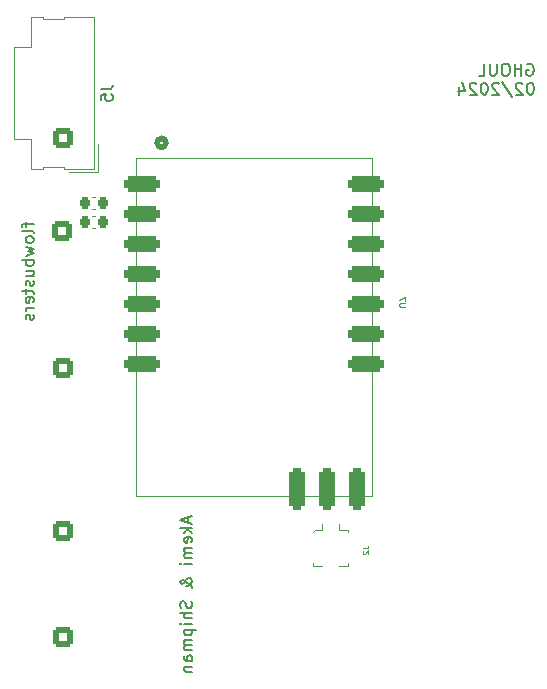
<source format=gbo>
%TF.GenerationSoftware,KiCad,Pcbnew,7.0.5-0*%
%TF.CreationDate,2024-02-07T21:38:44-05:00*%
%TF.ProjectId,GHOUL-2024-0,47484f55-4c2d-4323-9032-342d302e6b69,rev?*%
%TF.SameCoordinates,Original*%
%TF.FileFunction,Legend,Bot*%
%TF.FilePolarity,Positive*%
%FSLAX46Y46*%
G04 Gerber Fmt 4.6, Leading zero omitted, Abs format (unit mm)*
G04 Created by KiCad (PCBNEW 7.0.5-0) date 2024-02-07 21:38:44*
%MOMM*%
%LPD*%
G01*
G04 APERTURE LIST*
G04 Aperture macros list*
%AMRoundRect*
0 Rectangle with rounded corners*
0 $1 Rounding radius*
0 $2 $3 $4 $5 $6 $7 $8 $9 X,Y pos of 4 corners*
0 Add a 4 corners polygon primitive as box body*
4,1,4,$2,$3,$4,$5,$6,$7,$8,$9,$2,$3,0*
0 Add four circle primitives for the rounded corners*
1,1,$1+$1,$2,$3*
1,1,$1+$1,$4,$5*
1,1,$1+$1,$6,$7*
1,1,$1+$1,$8,$9*
0 Add four rect primitives between the rounded corners*
20,1,$1+$1,$2,$3,$4,$5,0*
20,1,$1+$1,$4,$5,$6,$7,0*
20,1,$1+$1,$6,$7,$8,$9,0*
20,1,$1+$1,$8,$9,$2,$3,0*%
G04 Aperture macros list end*
%ADD10C,0.150000*%
%ADD11C,0.125000*%
%ADD12C,0.508000*%
%ADD13C,0.120000*%
%ADD14C,4.400000*%
%ADD15C,0.650000*%
%ADD16O,2.100000X1.000000*%
%ADD17O,1.800000X1.000000*%
%ADD18R,1.700000X1.700000*%
%ADD19O,1.700000X1.700000*%
%ADD20RoundRect,0.250000X-0.620000X0.620000X-0.620000X-0.620000X0.620000X-0.620000X0.620000X0.620000X0*%
%ADD21C,1.740000*%
%ADD22C,2.000000*%
%ADD23C,1.400000*%
%ADD24R,3.500000X3.500000*%
%ADD25C,3.500000*%
%ADD26C,0.700000*%
%ADD27C,0.500000*%
%ADD28O,0.800000X1.500000*%
%ADD29C,0.889000*%
%ADD30RoundRect,0.225000X0.225000X0.250000X-0.225000X0.250000X-0.225000X-0.250000X0.225000X-0.250000X0*%
%ADD31R,1.000000X1.000000*%
%ADD32R,1.050000X2.200000*%
%ADD33RoundRect,0.250000X0.620000X-0.620000X0.620000X0.620000X-0.620000X0.620000X-0.620000X-0.620000X0*%
%ADD34RoundRect,0.322500X-1.177500X-0.322500X1.177500X-0.322500X1.177500X0.322500X-1.177500X0.322500X0*%
%ADD35RoundRect,0.325000X-1.175000X-0.325000X1.175000X-0.325000X1.175000X0.325000X-1.175000X0.325000X0*%
%ADD36RoundRect,0.325000X-0.325000X1.425000X-0.325000X-1.425000X0.325000X-1.425000X0.325000X1.425000X0*%
G04 APERTURE END LIST*
D10*
X134933152Y-106063922D02*
X134933152Y-106444874D01*
X135599819Y-106206779D02*
X134742676Y-106206779D01*
X134742676Y-106206779D02*
X134647438Y-106254398D01*
X134647438Y-106254398D02*
X134599819Y-106349636D01*
X134599819Y-106349636D02*
X134599819Y-106444874D01*
X135599819Y-106921065D02*
X135552200Y-106825827D01*
X135552200Y-106825827D02*
X135456961Y-106778208D01*
X135456961Y-106778208D02*
X134599819Y-106778208D01*
X135599819Y-107444875D02*
X135552200Y-107349637D01*
X135552200Y-107349637D02*
X135504580Y-107302018D01*
X135504580Y-107302018D02*
X135409342Y-107254399D01*
X135409342Y-107254399D02*
X135123628Y-107254399D01*
X135123628Y-107254399D02*
X135028390Y-107302018D01*
X135028390Y-107302018D02*
X134980771Y-107349637D01*
X134980771Y-107349637D02*
X134933152Y-107444875D01*
X134933152Y-107444875D02*
X134933152Y-107587732D01*
X134933152Y-107587732D02*
X134980771Y-107682970D01*
X134980771Y-107682970D02*
X135028390Y-107730589D01*
X135028390Y-107730589D02*
X135123628Y-107778208D01*
X135123628Y-107778208D02*
X135409342Y-107778208D01*
X135409342Y-107778208D02*
X135504580Y-107730589D01*
X135504580Y-107730589D02*
X135552200Y-107682970D01*
X135552200Y-107682970D02*
X135599819Y-107587732D01*
X135599819Y-107587732D02*
X135599819Y-107444875D01*
X134933152Y-108111542D02*
X135599819Y-108302018D01*
X135599819Y-108302018D02*
X135123628Y-108492494D01*
X135123628Y-108492494D02*
X135599819Y-108682970D01*
X135599819Y-108682970D02*
X134933152Y-108873446D01*
X135599819Y-109254399D02*
X134599819Y-109254399D01*
X134980771Y-109254399D02*
X134933152Y-109349637D01*
X134933152Y-109349637D02*
X134933152Y-109540113D01*
X134933152Y-109540113D02*
X134980771Y-109635351D01*
X134980771Y-109635351D02*
X135028390Y-109682970D01*
X135028390Y-109682970D02*
X135123628Y-109730589D01*
X135123628Y-109730589D02*
X135409342Y-109730589D01*
X135409342Y-109730589D02*
X135504580Y-109682970D01*
X135504580Y-109682970D02*
X135552200Y-109635351D01*
X135552200Y-109635351D02*
X135599819Y-109540113D01*
X135599819Y-109540113D02*
X135599819Y-109349637D01*
X135599819Y-109349637D02*
X135552200Y-109254399D01*
X134933152Y-110587732D02*
X135599819Y-110587732D01*
X134933152Y-110159161D02*
X135456961Y-110159161D01*
X135456961Y-110159161D02*
X135552200Y-110206780D01*
X135552200Y-110206780D02*
X135599819Y-110302018D01*
X135599819Y-110302018D02*
X135599819Y-110444875D01*
X135599819Y-110444875D02*
X135552200Y-110540113D01*
X135552200Y-110540113D02*
X135504580Y-110587732D01*
X135552200Y-111016304D02*
X135599819Y-111111542D01*
X135599819Y-111111542D02*
X135599819Y-111302018D01*
X135599819Y-111302018D02*
X135552200Y-111397256D01*
X135552200Y-111397256D02*
X135456961Y-111444875D01*
X135456961Y-111444875D02*
X135409342Y-111444875D01*
X135409342Y-111444875D02*
X135314104Y-111397256D01*
X135314104Y-111397256D02*
X135266485Y-111302018D01*
X135266485Y-111302018D02*
X135266485Y-111159161D01*
X135266485Y-111159161D02*
X135218866Y-111063923D01*
X135218866Y-111063923D02*
X135123628Y-111016304D01*
X135123628Y-111016304D02*
X135076009Y-111016304D01*
X135076009Y-111016304D02*
X134980771Y-111063923D01*
X134980771Y-111063923D02*
X134933152Y-111159161D01*
X134933152Y-111159161D02*
X134933152Y-111302018D01*
X134933152Y-111302018D02*
X134980771Y-111397256D01*
X134933152Y-111730590D02*
X134933152Y-112111542D01*
X134599819Y-111873447D02*
X135456961Y-111873447D01*
X135456961Y-111873447D02*
X135552200Y-111921066D01*
X135552200Y-111921066D02*
X135599819Y-112016304D01*
X135599819Y-112016304D02*
X135599819Y-112111542D01*
X135552200Y-112825828D02*
X135599819Y-112730590D01*
X135599819Y-112730590D02*
X135599819Y-112540114D01*
X135599819Y-112540114D02*
X135552200Y-112444876D01*
X135552200Y-112444876D02*
X135456961Y-112397257D01*
X135456961Y-112397257D02*
X135076009Y-112397257D01*
X135076009Y-112397257D02*
X134980771Y-112444876D01*
X134980771Y-112444876D02*
X134933152Y-112540114D01*
X134933152Y-112540114D02*
X134933152Y-112730590D01*
X134933152Y-112730590D02*
X134980771Y-112825828D01*
X134980771Y-112825828D02*
X135076009Y-112873447D01*
X135076009Y-112873447D02*
X135171247Y-112873447D01*
X135171247Y-112873447D02*
X135266485Y-112397257D01*
X135599819Y-113302019D02*
X134933152Y-113302019D01*
X135123628Y-113302019D02*
X135028390Y-113349638D01*
X135028390Y-113349638D02*
X134980771Y-113397257D01*
X134980771Y-113397257D02*
X134933152Y-113492495D01*
X134933152Y-113492495D02*
X134933152Y-113587733D01*
X135552200Y-113873448D02*
X135599819Y-113968686D01*
X135599819Y-113968686D02*
X135599819Y-114159162D01*
X135599819Y-114159162D02*
X135552200Y-114254400D01*
X135552200Y-114254400D02*
X135456961Y-114302019D01*
X135456961Y-114302019D02*
X135409342Y-114302019D01*
X135409342Y-114302019D02*
X135314104Y-114254400D01*
X135314104Y-114254400D02*
X135266485Y-114159162D01*
X135266485Y-114159162D02*
X135266485Y-114016305D01*
X135266485Y-114016305D02*
X135218866Y-113921067D01*
X135218866Y-113921067D02*
X135123628Y-113873448D01*
X135123628Y-113873448D02*
X135076009Y-113873448D01*
X135076009Y-113873448D02*
X134980771Y-113921067D01*
X134980771Y-113921067D02*
X134933152Y-114016305D01*
X134933152Y-114016305D02*
X134933152Y-114159162D01*
X134933152Y-114159162D02*
X134980771Y-114254400D01*
X177369411Y-92677438D02*
X177464649Y-92629819D01*
X177464649Y-92629819D02*
X177607506Y-92629819D01*
X177607506Y-92629819D02*
X177750363Y-92677438D01*
X177750363Y-92677438D02*
X177845601Y-92772676D01*
X177845601Y-92772676D02*
X177893220Y-92867914D01*
X177893220Y-92867914D02*
X177940839Y-93058390D01*
X177940839Y-93058390D02*
X177940839Y-93201247D01*
X177940839Y-93201247D02*
X177893220Y-93391723D01*
X177893220Y-93391723D02*
X177845601Y-93486961D01*
X177845601Y-93486961D02*
X177750363Y-93582200D01*
X177750363Y-93582200D02*
X177607506Y-93629819D01*
X177607506Y-93629819D02*
X177512268Y-93629819D01*
X177512268Y-93629819D02*
X177369411Y-93582200D01*
X177369411Y-93582200D02*
X177321792Y-93534580D01*
X177321792Y-93534580D02*
X177321792Y-93201247D01*
X177321792Y-93201247D02*
X177512268Y-93201247D01*
X176893220Y-93629819D02*
X176893220Y-92629819D01*
X176893220Y-93106009D02*
X176321792Y-93106009D01*
X176321792Y-93629819D02*
X176321792Y-92629819D01*
X175655125Y-92629819D02*
X175464649Y-92629819D01*
X175464649Y-92629819D02*
X175369411Y-92677438D01*
X175369411Y-92677438D02*
X175274173Y-92772676D01*
X175274173Y-92772676D02*
X175226554Y-92963152D01*
X175226554Y-92963152D02*
X175226554Y-93296485D01*
X175226554Y-93296485D02*
X175274173Y-93486961D01*
X175274173Y-93486961D02*
X175369411Y-93582200D01*
X175369411Y-93582200D02*
X175464649Y-93629819D01*
X175464649Y-93629819D02*
X175655125Y-93629819D01*
X175655125Y-93629819D02*
X175750363Y-93582200D01*
X175750363Y-93582200D02*
X175845601Y-93486961D01*
X175845601Y-93486961D02*
X175893220Y-93296485D01*
X175893220Y-93296485D02*
X175893220Y-92963152D01*
X175893220Y-92963152D02*
X175845601Y-92772676D01*
X175845601Y-92772676D02*
X175750363Y-92677438D01*
X175750363Y-92677438D02*
X175655125Y-92629819D01*
X174797982Y-92629819D02*
X174797982Y-93439342D01*
X174797982Y-93439342D02*
X174750363Y-93534580D01*
X174750363Y-93534580D02*
X174702744Y-93582200D01*
X174702744Y-93582200D02*
X174607506Y-93629819D01*
X174607506Y-93629819D02*
X174417030Y-93629819D01*
X174417030Y-93629819D02*
X174321792Y-93582200D01*
X174321792Y-93582200D02*
X174274173Y-93534580D01*
X174274173Y-93534580D02*
X174226554Y-93439342D01*
X174226554Y-93439342D02*
X174226554Y-92629819D01*
X173274173Y-93629819D02*
X173750363Y-93629819D01*
X173750363Y-93629819D02*
X173750363Y-92629819D01*
X177702744Y-94239819D02*
X177607506Y-94239819D01*
X177607506Y-94239819D02*
X177512268Y-94287438D01*
X177512268Y-94287438D02*
X177464649Y-94335057D01*
X177464649Y-94335057D02*
X177417030Y-94430295D01*
X177417030Y-94430295D02*
X177369411Y-94620771D01*
X177369411Y-94620771D02*
X177369411Y-94858866D01*
X177369411Y-94858866D02*
X177417030Y-95049342D01*
X177417030Y-95049342D02*
X177464649Y-95144580D01*
X177464649Y-95144580D02*
X177512268Y-95192200D01*
X177512268Y-95192200D02*
X177607506Y-95239819D01*
X177607506Y-95239819D02*
X177702744Y-95239819D01*
X177702744Y-95239819D02*
X177797982Y-95192200D01*
X177797982Y-95192200D02*
X177845601Y-95144580D01*
X177845601Y-95144580D02*
X177893220Y-95049342D01*
X177893220Y-95049342D02*
X177940839Y-94858866D01*
X177940839Y-94858866D02*
X177940839Y-94620771D01*
X177940839Y-94620771D02*
X177893220Y-94430295D01*
X177893220Y-94430295D02*
X177845601Y-94335057D01*
X177845601Y-94335057D02*
X177797982Y-94287438D01*
X177797982Y-94287438D02*
X177702744Y-94239819D01*
X176988458Y-94335057D02*
X176940839Y-94287438D01*
X176940839Y-94287438D02*
X176845601Y-94239819D01*
X176845601Y-94239819D02*
X176607506Y-94239819D01*
X176607506Y-94239819D02*
X176512268Y-94287438D01*
X176512268Y-94287438D02*
X176464649Y-94335057D01*
X176464649Y-94335057D02*
X176417030Y-94430295D01*
X176417030Y-94430295D02*
X176417030Y-94525533D01*
X176417030Y-94525533D02*
X176464649Y-94668390D01*
X176464649Y-94668390D02*
X177036077Y-95239819D01*
X177036077Y-95239819D02*
X176417030Y-95239819D01*
X175274173Y-94192200D02*
X176131315Y-95477914D01*
X174988458Y-94335057D02*
X174940839Y-94287438D01*
X174940839Y-94287438D02*
X174845601Y-94239819D01*
X174845601Y-94239819D02*
X174607506Y-94239819D01*
X174607506Y-94239819D02*
X174512268Y-94287438D01*
X174512268Y-94287438D02*
X174464649Y-94335057D01*
X174464649Y-94335057D02*
X174417030Y-94430295D01*
X174417030Y-94430295D02*
X174417030Y-94525533D01*
X174417030Y-94525533D02*
X174464649Y-94668390D01*
X174464649Y-94668390D02*
X175036077Y-95239819D01*
X175036077Y-95239819D02*
X174417030Y-95239819D01*
X173797982Y-94239819D02*
X173702744Y-94239819D01*
X173702744Y-94239819D02*
X173607506Y-94287438D01*
X173607506Y-94287438D02*
X173559887Y-94335057D01*
X173559887Y-94335057D02*
X173512268Y-94430295D01*
X173512268Y-94430295D02*
X173464649Y-94620771D01*
X173464649Y-94620771D02*
X173464649Y-94858866D01*
X173464649Y-94858866D02*
X173512268Y-95049342D01*
X173512268Y-95049342D02*
X173559887Y-95144580D01*
X173559887Y-95144580D02*
X173607506Y-95192200D01*
X173607506Y-95192200D02*
X173702744Y-95239819D01*
X173702744Y-95239819D02*
X173797982Y-95239819D01*
X173797982Y-95239819D02*
X173893220Y-95192200D01*
X173893220Y-95192200D02*
X173940839Y-95144580D01*
X173940839Y-95144580D02*
X173988458Y-95049342D01*
X173988458Y-95049342D02*
X174036077Y-94858866D01*
X174036077Y-94858866D02*
X174036077Y-94620771D01*
X174036077Y-94620771D02*
X173988458Y-94430295D01*
X173988458Y-94430295D02*
X173940839Y-94335057D01*
X173940839Y-94335057D02*
X173893220Y-94287438D01*
X173893220Y-94287438D02*
X173797982Y-94239819D01*
X173083696Y-94335057D02*
X173036077Y-94287438D01*
X173036077Y-94287438D02*
X172940839Y-94239819D01*
X172940839Y-94239819D02*
X172702744Y-94239819D01*
X172702744Y-94239819D02*
X172607506Y-94287438D01*
X172607506Y-94287438D02*
X172559887Y-94335057D01*
X172559887Y-94335057D02*
X172512268Y-94430295D01*
X172512268Y-94430295D02*
X172512268Y-94525533D01*
X172512268Y-94525533D02*
X172559887Y-94668390D01*
X172559887Y-94668390D02*
X173131315Y-95239819D01*
X173131315Y-95239819D02*
X172512268Y-95239819D01*
X171655125Y-94573152D02*
X171655125Y-95239819D01*
X171893220Y-94192200D02*
X172131315Y-94906485D01*
X172131315Y-94906485D02*
X171512268Y-94906485D01*
X148714104Y-131059160D02*
X148714104Y-131535350D01*
X148999819Y-130963922D02*
X147999819Y-131297255D01*
X147999819Y-131297255D02*
X148999819Y-131630588D01*
X148999819Y-131963922D02*
X147999819Y-131963922D01*
X148618866Y-132059160D02*
X148999819Y-132344874D01*
X148333152Y-132344874D02*
X148714104Y-131963922D01*
X148952200Y-133154398D02*
X148999819Y-133059160D01*
X148999819Y-133059160D02*
X148999819Y-132868684D01*
X148999819Y-132868684D02*
X148952200Y-132773446D01*
X148952200Y-132773446D02*
X148856961Y-132725827D01*
X148856961Y-132725827D02*
X148476009Y-132725827D01*
X148476009Y-132725827D02*
X148380771Y-132773446D01*
X148380771Y-132773446D02*
X148333152Y-132868684D01*
X148333152Y-132868684D02*
X148333152Y-133059160D01*
X148333152Y-133059160D02*
X148380771Y-133154398D01*
X148380771Y-133154398D02*
X148476009Y-133202017D01*
X148476009Y-133202017D02*
X148571247Y-133202017D01*
X148571247Y-133202017D02*
X148666485Y-132725827D01*
X148999819Y-133630589D02*
X148333152Y-133630589D01*
X148428390Y-133630589D02*
X148380771Y-133678208D01*
X148380771Y-133678208D02*
X148333152Y-133773446D01*
X148333152Y-133773446D02*
X148333152Y-133916303D01*
X148333152Y-133916303D02*
X148380771Y-134011541D01*
X148380771Y-134011541D02*
X148476009Y-134059160D01*
X148476009Y-134059160D02*
X148999819Y-134059160D01*
X148476009Y-134059160D02*
X148380771Y-134106779D01*
X148380771Y-134106779D02*
X148333152Y-134202017D01*
X148333152Y-134202017D02*
X148333152Y-134344874D01*
X148333152Y-134344874D02*
X148380771Y-134440113D01*
X148380771Y-134440113D02*
X148476009Y-134487732D01*
X148476009Y-134487732D02*
X148999819Y-134487732D01*
X148999819Y-134963922D02*
X148333152Y-134963922D01*
X147999819Y-134963922D02*
X148047438Y-134916303D01*
X148047438Y-134916303D02*
X148095057Y-134963922D01*
X148095057Y-134963922D02*
X148047438Y-135011541D01*
X148047438Y-135011541D02*
X147999819Y-134963922D01*
X147999819Y-134963922D02*
X148095057Y-134963922D01*
X148999819Y-137011541D02*
X148999819Y-136963922D01*
X148999819Y-136963922D02*
X148952200Y-136868683D01*
X148952200Y-136868683D02*
X148809342Y-136725826D01*
X148809342Y-136725826D02*
X148523628Y-136487731D01*
X148523628Y-136487731D02*
X148380771Y-136392493D01*
X148380771Y-136392493D02*
X148237914Y-136344874D01*
X148237914Y-136344874D02*
X148142676Y-136344874D01*
X148142676Y-136344874D02*
X148047438Y-136392493D01*
X148047438Y-136392493D02*
X147999819Y-136487731D01*
X147999819Y-136487731D02*
X147999819Y-136535350D01*
X147999819Y-136535350D02*
X148047438Y-136630588D01*
X148047438Y-136630588D02*
X148142676Y-136678207D01*
X148142676Y-136678207D02*
X148190295Y-136678207D01*
X148190295Y-136678207D02*
X148285533Y-136630588D01*
X148285533Y-136630588D02*
X148333152Y-136582969D01*
X148333152Y-136582969D02*
X148523628Y-136297255D01*
X148523628Y-136297255D02*
X148571247Y-136249636D01*
X148571247Y-136249636D02*
X148666485Y-136202017D01*
X148666485Y-136202017D02*
X148809342Y-136202017D01*
X148809342Y-136202017D02*
X148904580Y-136249636D01*
X148904580Y-136249636D02*
X148952200Y-136297255D01*
X148952200Y-136297255D02*
X148999819Y-136392493D01*
X148999819Y-136392493D02*
X148999819Y-136535350D01*
X148999819Y-136535350D02*
X148952200Y-136630588D01*
X148952200Y-136630588D02*
X148904580Y-136678207D01*
X148904580Y-136678207D02*
X148714104Y-136821064D01*
X148714104Y-136821064D02*
X148571247Y-136868683D01*
X148571247Y-136868683D02*
X148476009Y-136868683D01*
X148952200Y-138154398D02*
X148999819Y-138297255D01*
X148999819Y-138297255D02*
X148999819Y-138535350D01*
X148999819Y-138535350D02*
X148952200Y-138630588D01*
X148952200Y-138630588D02*
X148904580Y-138678207D01*
X148904580Y-138678207D02*
X148809342Y-138725826D01*
X148809342Y-138725826D02*
X148714104Y-138725826D01*
X148714104Y-138725826D02*
X148618866Y-138678207D01*
X148618866Y-138678207D02*
X148571247Y-138630588D01*
X148571247Y-138630588D02*
X148523628Y-138535350D01*
X148523628Y-138535350D02*
X148476009Y-138344874D01*
X148476009Y-138344874D02*
X148428390Y-138249636D01*
X148428390Y-138249636D02*
X148380771Y-138202017D01*
X148380771Y-138202017D02*
X148285533Y-138154398D01*
X148285533Y-138154398D02*
X148190295Y-138154398D01*
X148190295Y-138154398D02*
X148095057Y-138202017D01*
X148095057Y-138202017D02*
X148047438Y-138249636D01*
X148047438Y-138249636D02*
X147999819Y-138344874D01*
X147999819Y-138344874D02*
X147999819Y-138582969D01*
X147999819Y-138582969D02*
X148047438Y-138725826D01*
X148999819Y-139154398D02*
X147999819Y-139154398D01*
X148999819Y-139582969D02*
X148476009Y-139582969D01*
X148476009Y-139582969D02*
X148380771Y-139535350D01*
X148380771Y-139535350D02*
X148333152Y-139440112D01*
X148333152Y-139440112D02*
X148333152Y-139297255D01*
X148333152Y-139297255D02*
X148380771Y-139202017D01*
X148380771Y-139202017D02*
X148428390Y-139154398D01*
X148999819Y-140059160D02*
X148333152Y-140059160D01*
X147999819Y-140059160D02*
X148047438Y-140011541D01*
X148047438Y-140011541D02*
X148095057Y-140059160D01*
X148095057Y-140059160D02*
X148047438Y-140106779D01*
X148047438Y-140106779D02*
X147999819Y-140059160D01*
X147999819Y-140059160D02*
X148095057Y-140059160D01*
X148333152Y-140535350D02*
X149333152Y-140535350D01*
X148380771Y-140535350D02*
X148333152Y-140630588D01*
X148333152Y-140630588D02*
X148333152Y-140821064D01*
X148333152Y-140821064D02*
X148380771Y-140916302D01*
X148380771Y-140916302D02*
X148428390Y-140963921D01*
X148428390Y-140963921D02*
X148523628Y-141011540D01*
X148523628Y-141011540D02*
X148809342Y-141011540D01*
X148809342Y-141011540D02*
X148904580Y-140963921D01*
X148904580Y-140963921D02*
X148952200Y-140916302D01*
X148952200Y-140916302D02*
X148999819Y-140821064D01*
X148999819Y-140821064D02*
X148999819Y-140630588D01*
X148999819Y-140630588D02*
X148952200Y-140535350D01*
X148999819Y-141440112D02*
X148333152Y-141440112D01*
X148428390Y-141440112D02*
X148380771Y-141487731D01*
X148380771Y-141487731D02*
X148333152Y-141582969D01*
X148333152Y-141582969D02*
X148333152Y-141725826D01*
X148333152Y-141725826D02*
X148380771Y-141821064D01*
X148380771Y-141821064D02*
X148476009Y-141868683D01*
X148476009Y-141868683D02*
X148999819Y-141868683D01*
X148476009Y-141868683D02*
X148380771Y-141916302D01*
X148380771Y-141916302D02*
X148333152Y-142011540D01*
X148333152Y-142011540D02*
X148333152Y-142154397D01*
X148333152Y-142154397D02*
X148380771Y-142249636D01*
X148380771Y-142249636D02*
X148476009Y-142297255D01*
X148476009Y-142297255D02*
X148999819Y-142297255D01*
X148999819Y-143202016D02*
X148476009Y-143202016D01*
X148476009Y-143202016D02*
X148380771Y-143154397D01*
X148380771Y-143154397D02*
X148333152Y-143059159D01*
X148333152Y-143059159D02*
X148333152Y-142868683D01*
X148333152Y-142868683D02*
X148380771Y-142773445D01*
X148952200Y-143202016D02*
X148999819Y-143106778D01*
X148999819Y-143106778D02*
X148999819Y-142868683D01*
X148999819Y-142868683D02*
X148952200Y-142773445D01*
X148952200Y-142773445D02*
X148856961Y-142725826D01*
X148856961Y-142725826D02*
X148761723Y-142725826D01*
X148761723Y-142725826D02*
X148666485Y-142773445D01*
X148666485Y-142773445D02*
X148618866Y-142868683D01*
X148618866Y-142868683D02*
X148618866Y-143106778D01*
X148618866Y-143106778D02*
X148571247Y-143202016D01*
X148333152Y-143678207D02*
X148999819Y-143678207D01*
X148428390Y-143678207D02*
X148380771Y-143725826D01*
X148380771Y-143725826D02*
X148333152Y-143821064D01*
X148333152Y-143821064D02*
X148333152Y-143963921D01*
X148333152Y-143963921D02*
X148380771Y-144059159D01*
X148380771Y-144059159D02*
X148476009Y-144106778D01*
X148476009Y-144106778D02*
X148999819Y-144106778D01*
D11*
%TO.C,J2*%
X163454809Y-133653333D02*
X163811952Y-133653333D01*
X163811952Y-133653333D02*
X163883380Y-133629524D01*
X163883380Y-133629524D02*
X163931000Y-133581905D01*
X163931000Y-133581905D02*
X163954809Y-133510476D01*
X163954809Y-133510476D02*
X163954809Y-133462857D01*
X163502428Y-133867619D02*
X163478619Y-133891428D01*
X163478619Y-133891428D02*
X163454809Y-133939047D01*
X163454809Y-133939047D02*
X163454809Y-134058095D01*
X163454809Y-134058095D02*
X163478619Y-134105714D01*
X163478619Y-134105714D02*
X163502428Y-134129523D01*
X163502428Y-134129523D02*
X163550047Y-134153333D01*
X163550047Y-134153333D02*
X163597666Y-134153333D01*
X163597666Y-134153333D02*
X163669095Y-134129523D01*
X163669095Y-134129523D02*
X163954809Y-133843809D01*
X163954809Y-133843809D02*
X163954809Y-134153333D01*
D10*
%TO.C,J5*%
X141284819Y-94786666D02*
X141999104Y-94786666D01*
X141999104Y-94786666D02*
X142141961Y-94739047D01*
X142141961Y-94739047D02*
X142237200Y-94643809D01*
X142237200Y-94643809D02*
X142284819Y-94500952D01*
X142284819Y-94500952D02*
X142284819Y-94405714D01*
X141284819Y-95739047D02*
X141284819Y-95262857D01*
X141284819Y-95262857D02*
X141761009Y-95215238D01*
X141761009Y-95215238D02*
X141713390Y-95262857D01*
X141713390Y-95262857D02*
X141665771Y-95358095D01*
X141665771Y-95358095D02*
X141665771Y-95596190D01*
X141665771Y-95596190D02*
X141713390Y-95691428D01*
X141713390Y-95691428D02*
X141761009Y-95739047D01*
X141761009Y-95739047D02*
X141856247Y-95786666D01*
X141856247Y-95786666D02*
X142094342Y-95786666D01*
X142094342Y-95786666D02*
X142189580Y-95739047D01*
X142189580Y-95739047D02*
X142237200Y-95691428D01*
X142237200Y-95691428D02*
X142284819Y-95596190D01*
X142284819Y-95596190D02*
X142284819Y-95358095D01*
X142284819Y-95358095D02*
X142237200Y-95262857D01*
X142237200Y-95262857D02*
X142189580Y-95215238D01*
D11*
%TO.C,U7*%
X167055190Y-113200952D02*
X166650428Y-113200952D01*
X166650428Y-113200952D02*
X166602809Y-113177142D01*
X166602809Y-113177142D02*
X166579000Y-113153333D01*
X166579000Y-113153333D02*
X166555190Y-113105714D01*
X166555190Y-113105714D02*
X166555190Y-113010476D01*
X166555190Y-113010476D02*
X166579000Y-112962857D01*
X166579000Y-112962857D02*
X166602809Y-112939047D01*
X166602809Y-112939047D02*
X166650428Y-112915238D01*
X166650428Y-112915238D02*
X167055190Y-112915238D01*
X167055190Y-112724761D02*
X167055190Y-112391428D01*
X167055190Y-112391428D02*
X166555190Y-112605713D01*
D12*
%TO.C,SW2*%
X146809101Y-99329500D02*
G75*
G03*
X146809101Y-99329500I-381000J0D01*
G01*
D13*
%TO.C,C22*%
X140830580Y-104900000D02*
X140549420Y-104900000D01*
X140830580Y-103880000D02*
X140549420Y-103880000D01*
%TO.C,C21*%
X140830580Y-106510000D02*
X140549420Y-106510000D01*
X140830580Y-105490000D02*
X140549420Y-105490000D01*
%TO.C,J2*%
X159245000Y-134920000D02*
X159245000Y-135120000D01*
X159245000Y-135120000D02*
X160045000Y-135120000D01*
X159445000Y-132120000D02*
X159245000Y-132320000D01*
X160045000Y-132120000D02*
X159445000Y-132120000D01*
X160045000Y-132120000D02*
X160045000Y-131620000D01*
X161445000Y-132120000D02*
X161445000Y-131620000D01*
X161445000Y-135120000D02*
X162245000Y-135120000D01*
X162245000Y-132120000D02*
X161445000Y-132120000D01*
X162245000Y-132320000D02*
X162245000Y-132120000D01*
X162245000Y-135120000D02*
X162245000Y-134920000D01*
%TO.C,J5*%
X138630000Y-101840000D02*
X141040000Y-101840000D01*
X141040000Y-101840000D02*
X141040000Y-99430000D01*
X135420000Y-101540000D02*
X135420000Y-99040000D01*
X136400000Y-101540000D02*
X135420000Y-101540000D01*
X138210000Y-101540000D02*
X138210000Y-101410000D01*
X140740000Y-101540000D02*
X138210000Y-101540000D01*
X136400000Y-101410000D02*
X136400000Y-101540000D01*
X138210000Y-101410000D02*
X136400000Y-101410000D01*
X133920000Y-99040000D02*
X133920000Y-91200000D01*
X135420000Y-99040000D02*
X133920000Y-99040000D01*
X133920000Y-91200000D02*
X135420000Y-91200000D01*
X135420000Y-91200000D02*
X135420000Y-88700000D01*
X136400000Y-88830000D02*
X138210000Y-88830000D01*
X138210000Y-88830000D02*
X138210000Y-88700000D01*
X135420000Y-88700000D02*
X136400000Y-88700000D01*
X136400000Y-88700000D02*
X136400000Y-88830000D01*
X138210000Y-88700000D02*
X140740000Y-88700000D01*
X140740000Y-88700000D02*
X140740000Y-101540000D01*
%TO.C,U7*%
X164270000Y-129190000D02*
X144270000Y-129190000D01*
X144270000Y-129190000D02*
X144270000Y-100590000D01*
X144270000Y-100590000D02*
X164270000Y-100590000D01*
X164270000Y-100590000D02*
X164270000Y-129190000D01*
%TD*%
%LPC*%
D14*
%TO.C,H4*%
X176630000Y-84470000D03*
%TD*%
D15*
%TO.C,J1*%
X173675000Y-112570000D03*
X173675000Y-106790000D03*
D16*
X173175000Y-114000000D03*
D17*
X177355000Y-114000000D03*
D16*
X173175000Y-105360000D03*
D17*
X177355000Y-105360000D03*
%TD*%
D14*
%TO.C,H3*%
X164630000Y-149470000D03*
%TD*%
%TO.C,H2*%
X136630000Y-149470000D03*
%TD*%
D18*
%TO.C,J10*%
X156980000Y-144770000D03*
D19*
X159520000Y-144770000D03*
X162060000Y-144770000D03*
X164600000Y-144770000D03*
%TD*%
D20*
%TO.C,J7*%
X138130000Y-132230000D03*
D21*
X138130000Y-134770000D03*
%TD*%
D20*
%TO.C,J8*%
X138130000Y-141130000D03*
D21*
X138130000Y-143670000D03*
%TD*%
D20*
%TO.C,J6*%
X138040000Y-106810000D03*
D21*
X138040000Y-109350000D03*
X138040000Y-111890000D03*
%TD*%
D22*
%TO.C,TP1*%
X149440000Y-94540000D03*
%TD*%
D23*
%TO.C,BT1*%
X176765000Y-89090000D03*
X176765000Y-100090000D03*
D24*
X166765000Y-97090000D03*
D25*
X166765000Y-92090000D03*
%TD*%
D14*
%TO.C,H1*%
X136630000Y-84470000D03*
%TD*%
D22*
%TO.C,TP2*%
X160690000Y-97950000D03*
%TD*%
D20*
%TO.C,J9*%
X138130000Y-118380000D03*
D21*
X138130000Y-120920000D03*
X138130000Y-123460000D03*
X138130000Y-126000000D03*
%TD*%
D26*
%TO.C,J3*%
X152830000Y-139300000D03*
D27*
X154100000Y-139300000D03*
X155370000Y-139300000D03*
X156640000Y-139300000D03*
D26*
X157910000Y-139300000D03*
D28*
X153465000Y-140455000D03*
X154735000Y-140455000D03*
X156005000Y-140455000D03*
X157275000Y-140455000D03*
%TD*%
D29*
%TO.C,SW2*%
X144228100Y-96569998D03*
X144228100Y-89770002D03*
%TD*%
D18*
%TO.C,J4*%
X161420000Y-138740000D03*
D19*
X163960000Y-138740000D03*
X166500000Y-138740000D03*
%TD*%
D30*
%TO.C,C22*%
X141465000Y-104390000D03*
X139915000Y-104390000D03*
%TD*%
%TO.C,C21*%
X141465000Y-106000000D03*
X139915000Y-106000000D03*
%TD*%
D31*
%TO.C,J2*%
X160745000Y-132120000D03*
D32*
X159270000Y-133620000D03*
D31*
X160745000Y-135120000D03*
D32*
X162220000Y-133620000D03*
%TD*%
D33*
%TO.C,J5*%
X138080000Y-98930000D03*
D21*
X138080000Y-96390000D03*
X138080000Y-93850000D03*
X138080000Y-91310000D03*
%TD*%
D34*
%TO.C,U7*%
X144770000Y-118035000D03*
D35*
X144770000Y-115490000D03*
X144770000Y-112950000D03*
X144770000Y-110410000D03*
X144770000Y-107870000D03*
X144770000Y-105330000D03*
X144770000Y-102790000D03*
X163770000Y-102790000D03*
X163770000Y-105330000D03*
X163770000Y-107870000D03*
X163770000Y-110410000D03*
X163770000Y-112950000D03*
X163770000Y-115490000D03*
D34*
X163770000Y-118035000D03*
D36*
X162940000Y-128640000D03*
X160400000Y-128640000D03*
X157860000Y-128640000D03*
%TD*%
%LPD*%
M02*

</source>
